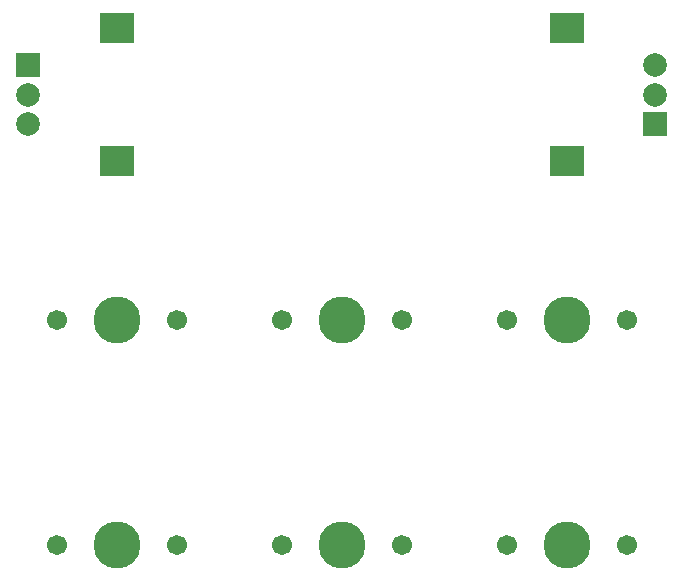
<source format=gbr>
%TF.GenerationSoftware,KiCad,Pcbnew,7.0.7*%
%TF.CreationDate,2023-09-20T23:35:26+09:00*%
%TF.ProjectId,Proto6,50726f74-6f36-42e6-9b69-6361645f7063,rev?*%
%TF.SameCoordinates,Original*%
%TF.FileFunction,Soldermask,Top*%
%TF.FilePolarity,Negative*%
%FSLAX46Y46*%
G04 Gerber Fmt 4.6, Leading zero omitted, Abs format (unit mm)*
G04 Created by KiCad (PCBNEW 7.0.7) date 2023-09-20 23:35:26*
%MOMM*%
%LPD*%
G01*
G04 APERTURE LIST*
%ADD10R,2.000000X2.000000*%
%ADD11C,2.000000*%
%ADD12R,3.000000X2.500000*%
%ADD13C,1.701800*%
%ADD14C,3.987800*%
G04 APERTURE END LIST*
D10*
%TO.C,RE1*%
X49650000Y-54650000D03*
D11*
X49650000Y-59650000D03*
X49650000Y-57150000D03*
D12*
X57150000Y-51550000D03*
X57150000Y-62750000D03*
%TD*%
D13*
%TO.C,SW5*%
X71120000Y-95250000D03*
D14*
X76200000Y-95250000D03*
D13*
X81280000Y-95250000D03*
%TD*%
%TO.C,SW6*%
X90170000Y-95250000D03*
D14*
X95250000Y-95250000D03*
D13*
X100330000Y-95250000D03*
%TD*%
%TO.C,SW4*%
X52070000Y-95250000D03*
D14*
X57150000Y-95250000D03*
D13*
X62230000Y-95250000D03*
%TD*%
%TO.C,SW1*%
X52070000Y-76200000D03*
D14*
X57150000Y-76200000D03*
D13*
X62230000Y-76200000D03*
%TD*%
%TO.C,SW2*%
X71120000Y-76200000D03*
D14*
X76200000Y-76200000D03*
D13*
X81280000Y-76200000D03*
%TD*%
D10*
%TO.C,RE2*%
X102750000Y-59650000D03*
D11*
X102750000Y-54650000D03*
X102750000Y-57150000D03*
D12*
X95250000Y-62750000D03*
X95250000Y-51550000D03*
%TD*%
D13*
%TO.C,SW3*%
X90170000Y-76200000D03*
D14*
X95250000Y-76200000D03*
D13*
X100330000Y-76200000D03*
%TD*%
M02*

</source>
